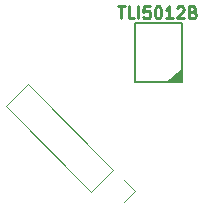
<source format=gto>
G04 #@! TF.GenerationSoftware,KiCad,Pcbnew,5.0.2-bee76a0~70~ubuntu18.04.1*
G04 #@! TF.CreationDate,2020-10-08T13:14:13+02:00*
G04 #@! TF.ProjectId,TLI5012B,544c4935-3031-4324-922e-6b696361645f,rev?*
G04 #@! TF.SameCoordinates,Original*
G04 #@! TF.FileFunction,Legend,Top*
G04 #@! TF.FilePolarity,Positive*
%FSLAX46Y46*%
G04 Gerber Fmt 4.6, Leading zero omitted, Abs format (unit mm)*
G04 Created by KiCad (PCBNEW 5.0.2-bee76a0~70~ubuntu18.04.1) date Do 08 Okt 2020 13:14:13 CEST*
%MOMM*%
%LPD*%
G01*
G04 APERTURE LIST*
%ADD10C,0.250000*%
%ADD11C,0.120000*%
%ADD12C,0.150000*%
G04 APERTURE END LIST*
D10*
X134341666Y-82452380D02*
X134913095Y-82452380D01*
X134627380Y-83452380D02*
X134627380Y-82452380D01*
X135722619Y-83452380D02*
X135246428Y-83452380D01*
X135246428Y-82452380D01*
X136055952Y-83452380D02*
X136055952Y-82452380D01*
X137008333Y-82452380D02*
X136532142Y-82452380D01*
X136484523Y-82928571D01*
X136532142Y-82880952D01*
X136627380Y-82833333D01*
X136865476Y-82833333D01*
X136960714Y-82880952D01*
X137008333Y-82928571D01*
X137055952Y-83023809D01*
X137055952Y-83261904D01*
X137008333Y-83357142D01*
X136960714Y-83404761D01*
X136865476Y-83452380D01*
X136627380Y-83452380D01*
X136532142Y-83404761D01*
X136484523Y-83357142D01*
X137675000Y-82452380D02*
X137770238Y-82452380D01*
X137865476Y-82500000D01*
X137913095Y-82547619D01*
X137960714Y-82642857D01*
X138008333Y-82833333D01*
X138008333Y-83071428D01*
X137960714Y-83261904D01*
X137913095Y-83357142D01*
X137865476Y-83404761D01*
X137770238Y-83452380D01*
X137675000Y-83452380D01*
X137579761Y-83404761D01*
X137532142Y-83357142D01*
X137484523Y-83261904D01*
X137436904Y-83071428D01*
X137436904Y-82833333D01*
X137484523Y-82642857D01*
X137532142Y-82547619D01*
X137579761Y-82500000D01*
X137675000Y-82452380D01*
X138960714Y-83452380D02*
X138389285Y-83452380D01*
X138675000Y-83452380D02*
X138675000Y-82452380D01*
X138579761Y-82595238D01*
X138484523Y-82690476D01*
X138389285Y-82738095D01*
X139341666Y-82547619D02*
X139389285Y-82500000D01*
X139484523Y-82452380D01*
X139722619Y-82452380D01*
X139817857Y-82500000D01*
X139865476Y-82547619D01*
X139913095Y-82642857D01*
X139913095Y-82738095D01*
X139865476Y-82880952D01*
X139294047Y-83452380D01*
X139913095Y-83452380D01*
X140675000Y-82928571D02*
X140817857Y-82976190D01*
X140865476Y-83023809D01*
X140913095Y-83119047D01*
X140913095Y-83261904D01*
X140865476Y-83357142D01*
X140817857Y-83404761D01*
X140722619Y-83452380D01*
X140341666Y-83452380D01*
X140341666Y-82452380D01*
X140675000Y-82452380D01*
X140770238Y-82500000D01*
X140817857Y-82547619D01*
X140865476Y-82642857D01*
X140865476Y-82738095D01*
X140817857Y-82833333D01*
X140770238Y-82880952D01*
X140675000Y-82928571D01*
X140341666Y-82928571D01*
D11*
G04 #@! TO.C,J1*
X126690795Y-89034891D02*
X124809891Y-90915795D01*
X133917426Y-96261522D02*
X126690795Y-89034891D01*
X132036522Y-98142426D02*
X124809891Y-90915795D01*
X133917426Y-96261522D02*
X132036522Y-98142426D01*
X134815452Y-97159548D02*
X135755904Y-98100000D01*
X135755904Y-98100000D02*
X134815452Y-99040452D01*
D12*
G04 #@! TO.C,U1*
X135785000Y-88860000D02*
X135785000Y-83860000D01*
X135785000Y-83860000D02*
X139785000Y-83860000D01*
X139785000Y-83860000D02*
X139785000Y-88860000D01*
X139785000Y-88860000D02*
X135785000Y-88860000D01*
G36*
X139755000Y-88800000D02*
X138545000Y-88850000D01*
X139745000Y-87870000D01*
X139755000Y-88800000D01*
G37*
X139755000Y-88800000D02*
X138545000Y-88850000D01*
X139745000Y-87870000D01*
X139755000Y-88800000D01*
G04 #@! TD*
M02*

</source>
